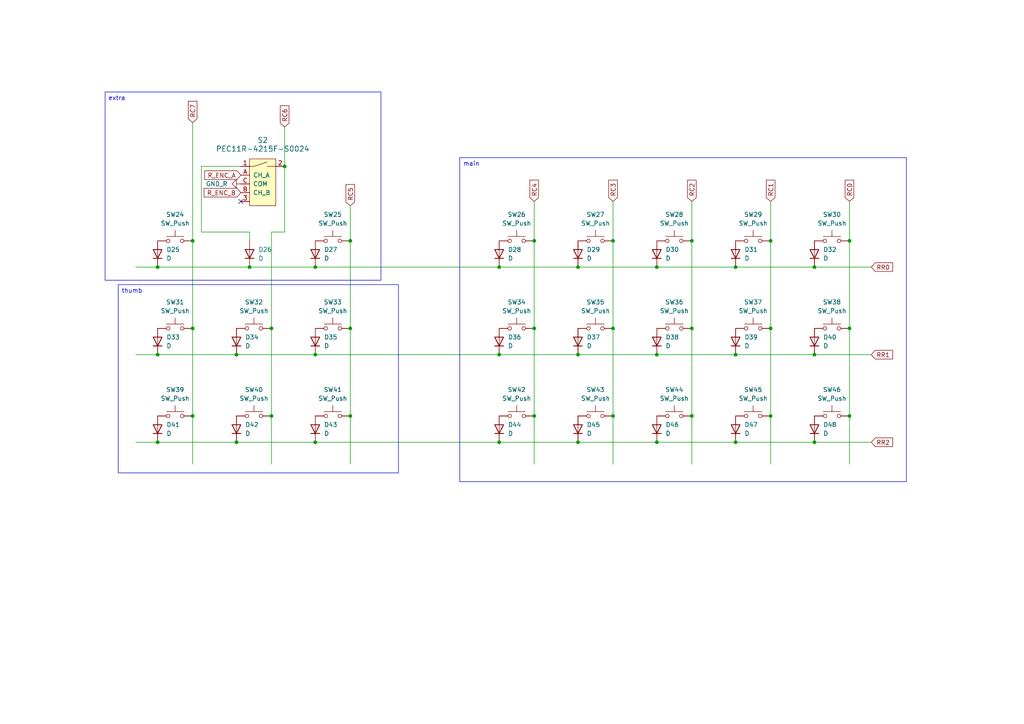
<source format=kicad_sch>
(kicad_sch (version 20231120) (generator "eeschema") (generator_version "8.0")
  (paper "A4")
  (lib_symbols
    (symbol "Device:D" (pin_numbers hide) (pin_names (offset 1.016) hide)
      (property "Reference" "D" (at 0 2.54 0))
      (property "Value" "D" (at 0 -2.54 0))
      (symbol "D_0_1"
        (polyline (pts (xy -1.27 1.27) (xy -1.27 -1.27)) (stroke (width 0.254)))
        (polyline (pts (xy 1.27 0) (xy -1.27 0)))
        (polyline (pts (xy 1.27 1.27) (xy 1.27 -1.27) (xy -1.27 0) (xy 1.27 1.27)) (stroke (width 0.254)))
      )
      (symbol "D_1_1"
        (pin passive line (at -3.81 0 0) (length 2.54) (name "K") (number "1"))
        (pin passive line (at 3.81 0 180) (length 2.54) (name "A") (number "2"))
      )
    )
    (symbol "Switch:SW_Push" (pin_numbers hide) (pin_names (offset 1.016) hide)
      (property "Reference" "SW" (at 1.27 2.54 0))
      (property "Value" "SW_Push" (at 0 -1.524 0))
      (symbol "SW_Push_0_1"
        (circle (center -2.032 0) (radius 0.508))
        (polyline (pts (xy 0 1.27) (xy 0 3.048)))
        (polyline (pts (xy 2.54 1.27) (xy -2.54 1.27)))
        (circle (center 2.032 0) (radius 0.508))
        (pin passive line (at -5.08 0 0) (length 2.54) (name "1") (number "1"))
        (pin passive line (at 5.08 0 180) (length 2.54) (name "2") (number "2"))
      )
    )
    (symbol "dk_Encoders:PEC11R-4215F-S0024" (pin_names (offset 1.016))
      (property "Reference" "S" (at -1.27 5.715 0))
      (property "Value" "PEC11R-4215F-S0024" (at -1.27 -9.906 0))
      (symbol "PEC11R-4215F-S0024_0_1"
        (rectangle (start -5.08 4.699) (end 2.54 -8.89) (fill (type background)))
        (polyline (pts (xy 0 2.54) (xy 2.54 2.54)))
        (polyline (pts (xy -5.08 2.54) (xy -3.81 2.54) (xy 0 3.81)))
      )
      (symbol "PEC11R-4215F-S0024_1_1"
        (pin bidirectional line (at -7.62 2.54 0) (length 2.54) (name "~") (number "1"))
        (pin bidirectional line (at 5.08 2.54 180) (length 2.54) (name "~") (number "2"))
        (pin unspecified line (at -7.62 -7.62 0) (length 2.54) (name "~") (number "3"))
        (pin bidirectional line (at -7.62 0 0) (length 2.54) (name "CH_A") (number "A"))
        (pin bidirectional line (at -7.62 -5.08 0) (length 2.54) (name "CH_B") (number "B"))
        (pin input line (at -7.62 -2.54 0) (length 2.54) (name "COM") (number "C"))
      )
    )
    (symbol "power:GND" (power) (pin_numbers hide) (pin_names (offset 0) hide)
      (property "Value" "GND" (at 0 -3.81 0))
      (symbol "GND_0_1"
        (polyline (pts (xy 0 0) (xy 0 -1.27) (xy 1.27 -1.27) (xy 0 -2.54) (xy -1.27 -1.27) (xy 0 -1.27)))
      )
      (symbol "GND_1_1"
        (pin power_in line (at 0 0 270) (length 0) (name "~") (number "1"))
      )
    )
  )
  (junction (at 177.8 69.85))
  (junction (at 154.94 69.85))
  (junction (at 144.78 128.27))
  (junction (at 167.64 128.27))
  (junction (at 200.66 95.25))
  (junction (at 200.66 69.85))
  (junction (at 246.38 95.25))
  (junction (at 223.52 120.65))
  (junction (at 91.44 102.87))
  (junction (at 78.74 120.65))
  (junction (at 68.58 128.27))
  (junction (at 154.94 95.25))
  (junction (at 213.36 102.87))
  (junction (at 78.74 95.25))
  (junction (at 213.36 128.27))
  (junction (at 55.88 120.65))
  (junction (at 101.6 95.25))
  (junction (at 45.72 102.87))
  (junction (at 177.8 120.65))
  (junction (at 68.58 102.87))
  (junction (at 144.78 102.87))
  (junction (at 177.8 95.25))
  (junction (at 213.36 77.47))
  (junction (at 190.5 102.87))
  (junction (at 200.66 120.65))
  (junction (at 55.88 95.25))
  (junction (at 101.6 120.65))
  (junction (at 223.52 95.25))
  (junction (at 101.6 69.85))
  (junction (at 190.5 77.47))
  (junction (at 246.38 69.85))
  (junction (at 236.22 128.27))
  (junction (at 154.94 120.65))
  (junction (at 45.72 128.27))
  (junction (at 246.38 120.65))
  (junction (at 167.64 102.87))
  (junction (at 82.55 48.26))
  (junction (at 236.22 77.47))
  (junction (at 236.22 102.87))
  (junction (at 72.39 77.47))
  (junction (at 91.44 128.27))
  (junction (at 45.72 77.47))
  (junction (at 167.64 77.47))
  (junction (at 55.88 69.85))
  (junction (at 91.44 77.47))
  (junction (at 190.5 128.27))
  (junction (at 144.78 77.47))
  (junction (at 223.52 69.85))
  (no_connect (at 69.85 58.42))
  (wire (pts (xy 72.39 67.31) (xy 72.39 69.85)))
  (wire (pts (xy 213.36 128.27) (xy 236.22 128.27)))
  (wire (pts (xy 39.37 128.27) (xy 45.72 128.27)))
  (wire (pts (xy 58.42 67.31) (xy 72.39 67.31)))
  (wire (pts (xy 154.94 120.65) (xy 154.94 134.62)))
  (wire (pts (xy 45.72 77.47) (xy 72.39 77.47)))
  (wire (pts (xy 144.78 102.87) (xy 167.64 102.87)))
  (wire (pts (xy 101.6 95.25) (xy 101.6 120.65)))
  (wire (pts (xy 213.36 102.87) (xy 236.22 102.87)))
  (wire (pts (xy 246.38 69.85) (xy 246.38 95.25)))
  (wire (pts (xy 190.5 102.87) (xy 213.36 102.87)))
  (wire (pts (xy 200.66 95.25) (xy 200.66 120.65)))
  (wire (pts (xy 72.39 77.47) (xy 91.44 77.47)))
  (wire (pts (xy 200.66 69.85) (xy 200.66 95.25)))
  (wire (pts (xy 154.94 95.25) (xy 154.94 120.65)))
  (wire (pts (xy 167.64 77.47) (xy 190.5 77.47)))
  (wire (pts (xy 68.58 102.87) (xy 91.44 102.87)))
  (wire (pts (xy 177.8 95.25) (xy 177.8 120.65)))
  (wire (pts (xy 144.78 128.27) (xy 167.64 128.27)))
  (wire (pts (xy 45.72 102.87) (xy 68.58 102.87)))
  (wire (pts (xy 69.85 48.26) (xy 58.42 48.26)))
  (wire (pts (xy 101.6 59.69) (xy 101.6 69.85)))
  (wire (pts (xy 236.22 128.27) (xy 252.73 128.27)))
  (wire (pts (xy 223.52 58.42) (xy 223.52 69.85)))
  (wire (pts (xy 236.22 102.87) (xy 252.73 102.87)))
  (wire (pts (xy 45.72 128.27) (xy 68.58 128.27)))
  (wire (pts (xy 200.66 58.42) (xy 200.66 69.85)))
  (wire (pts (xy 55.88 120.65) (xy 55.88 134.62)))
  (wire (pts (xy 144.78 77.47) (xy 167.64 77.47)))
  (wire (pts (xy 58.42 48.26) (xy 58.42 67.31)))
  (wire (pts (xy 101.6 69.85) (xy 101.6 95.25)))
  (wire (pts (xy 223.52 69.85) (xy 223.52 95.25)))
  (wire (pts (xy 55.88 69.85) (xy 55.88 95.25)))
  (wire (pts (xy 223.52 95.25) (xy 223.52 120.65)))
  (wire (pts (xy 91.44 102.87) (xy 144.78 102.87)))
  (wire (pts (xy 177.8 58.42) (xy 177.8 69.85)))
  (wire (pts (xy 223.52 120.65) (xy 223.52 134.62)))
  (wire (pts (xy 236.22 77.47) (xy 252.73 77.47)))
  (wire (pts (xy 78.74 95.25) (xy 78.74 120.65)))
  (wire (pts (xy 68.58 128.27) (xy 91.44 128.27)))
  (wire (pts (xy 55.88 95.25) (xy 55.88 120.65)))
  (wire (pts (xy 213.36 77.47) (xy 236.22 77.47)))
  (wire (pts (xy 190.5 128.27) (xy 213.36 128.27)))
  (wire (pts (xy 78.74 120.65) (xy 78.74 134.62)))
  (wire (pts (xy 82.55 67.31) (xy 78.74 67.31)))
  (wire (pts (xy 39.37 77.47) (xy 45.72 77.47)))
  (wire (pts (xy 101.6 120.65) (xy 101.6 134.62)))
  (wire (pts (xy 246.38 120.65) (xy 246.38 134.62)))
  (wire (pts (xy 91.44 77.47) (xy 144.78 77.47)))
  (wire (pts (xy 177.8 69.85) (xy 177.8 95.25)))
  (wire (pts (xy 154.94 58.42) (xy 154.94 69.85)))
  (wire (pts (xy 55.88 35.56) (xy 55.88 69.85)))
  (wire (pts (xy 91.44 128.27) (xy 144.78 128.27)))
  (wire (pts (xy 177.8 120.65) (xy 177.8 134.62)))
  (wire (pts (xy 246.38 95.25) (xy 246.38 120.65)))
  (wire (pts (xy 167.64 102.87) (xy 190.5 102.87)))
  (wire (pts (xy 78.74 67.31) (xy 78.74 95.25)))
  (wire (pts (xy 190.5 77.47) (xy 213.36 77.47)))
  (wire (pts (xy 82.55 36.83) (xy 82.55 48.26)))
  (wire (pts (xy 246.38 58.42) (xy 246.38 69.85)))
  (wire (pts (xy 167.64 128.27) (xy 190.5 128.27)))
  (wire (pts (xy 154.94 69.85) (xy 154.94 95.25)))
  (wire (pts (xy 39.37 102.87) (xy 45.72 102.87)))
  (wire (pts (xy 200.66 120.65) (xy 200.66 134.62)))
  (wire (pts (xy 82.55 48.26) (xy 82.55 67.31)))
  (text_box "extra" (at 30.48 26.67 0) (size 80.01 54.61) (effects (font (size 1.27 1.27)) (justify left top)))
  (text_box "main" (at 133.35 45.72 0) (size 129.54 93.98) (effects (font (size 1.27 1.27)) (justify left top)))
  (text_box "thumb\n" (at 34.29 82.55 0) (size 81.28 54.61) (effects (font (size 1.27 1.27)) (justify left top)))
  (global_label "R_ENC_B" (shape input) (at 69.85 55.88 180) (property "Intersheetrefs" "${INTERSHEET_REFS}" (effects (hide yes))))
  (global_label "RC7" (shape input) (at 55.88 35.56 90) (property "Intersheetrefs" "${INTERSHEET_REFS}" (effects (hide yes))))
  (global_label "RR1" (shape input) (at 252.73 102.87 0) (property "Intersheetrefs" "${INTERSHEET_REFS}" (effects (hide yes))))
  (global_label "RR2" (shape input) (at 252.73 128.27 0) (property "Intersheetrefs" "${INTERSHEET_REFS}" (effects (hide yes))))
  (global_label "RC6" (shape input) (at 82.55 36.83 90) (property "Intersheetrefs" "${INTERSHEET_REFS}" (effects (hide yes))))
  (global_label "RR0" (shape input) (at 252.73 77.47 0) (property "Intersheetrefs" "${INTERSHEET_REFS}" (effects (hide yes))))
  (global_label "RC3" (shape input) (at 177.8 58.42 90) (property "Intersheetrefs" "${INTERSHEET_REFS}" (effects (hide yes))))
  (global_label "RC5" (shape input) (at 101.6 59.69 90) (property "Intersheetrefs" "${INTERSHEET_REFS}" (effects (hide yes))))
  (global_label "RC0" (shape input) (at 246.38 58.42 90) (property "Intersheetrefs" "${INTERSHEET_REFS}" (effects (hide yes))))
  (global_label "RC4" (shape input) (at 154.94 58.42 90) (property "Intersheetrefs" "${INTERSHEET_REFS}" (effects (hide yes))))
  (global_label "RC2" (shape input) (at 200.66 58.42 90) (property "Intersheetrefs" "${INTERSHEET_REFS}" (effects (hide yes))))
  (global_label "R_ENC_A" (shape input) (at 69.85 50.8 180) (property "Intersheetrefs" "${INTERSHEET_REFS}" (effects (hide yes))))
  (global_label "RC1" (shape input) (at 223.52 58.42 90) (property "Intersheetrefs" "${INTERSHEET_REFS}" (effects (hide yes))))
  (symbol (lib_id "Switch:SW_Push") (at 50.8 69.85 0) (unit 1)
    (property "Reference" "SW24" (at 50.8 62.23 0))
    (property "Value" "SW_Push" (at 50.8 64.77 0))
    (property "Footprint" "Button_Switch_THT:SW_SPST_Omron_B3F-40xx" (effects (hide yes)))
    (property "Description" "Push button switch, generic, two pins" (effects (hide yes)))
  )
  (symbol (lib_id "Device:D") (at 236.22 99.06 90) (unit 1)
    (property "Reference" "D40" (at 238.76 97.7899 90) (effects (justify right)))
    (property "Value" "D" (at 238.76 100.3299 90) (effects (justify right)))
    (property "Footprint" "Diode_SMD:D_SOD-123" (effects (hide yes)))
    (property "Description" "Diode" (effects (hide yes)))
    (property "Sim.Device" "D" (effects (hide yes)))
    (property "Sim.Pins" "1=K 2=A" (effects (hide yes)))
  )
  (symbol (lib_id "Device:D") (at 167.64 124.46 90) (unit 1)
    (property "Reference" "D45" (at 170.18 123.1899 90) (effects (justify right)))
    (property "Value" "D" (at 170.18 125.7299 90) (effects (justify right)))
    (property "Footprint" "Diode_SMD:D_SOD-123" (effects (hide yes)))
    (property "Description" "Diode" (effects (hide yes)))
    (property "Sim.Device" "D" (effects (hide yes)))
    (property "Sim.Pins" "1=K 2=A" (effects (hide yes)))
  )
  (symbol (lib_id "Switch:SW_Push") (at 241.3 69.85 0) (unit 1)
    (property "Reference" "SW30" (at 241.3 62.23 0))
    (property "Value" "SW_Push" (at 241.3 64.77 0))
    (property "Footprint" "PCM_Switch_Keyboard_Hotswap_Kailh:SW_Hotswap_Kailh_Choc_V1V2_1.00u" (effects (hide yes)))
    (property "Description" "Push button switch, generic, two pins" (effects (hide yes)))
  )
  (symbol (lib_id "Switch:SW_Push") (at 218.44 120.65 0) (unit 1)
    (property "Reference" "SW45" (at 218.44 113.03 0))
    (property "Value" "SW_Push" (at 218.44 115.57 0))
    (property "Footprint" "PCM_Switch_Keyboard_Hotswap_Kailh:SW_Hotswap_Kailh_Choc_V1V2_1.00u" (effects (hide yes)))
    (property "Description" "Push button switch, generic, two pins" (effects (hide yes)))
  )
  (symbol (lib_id "Device:D") (at 236.22 73.66 90) (unit 1)
    (property "Reference" "D32" (at 238.76 72.3899 90) (effects (justify right)))
    (property "Value" "D" (at 238.76 74.9299 90) (effects (justify right)))
    (property "Footprint" "Diode_SMD:D_SOD-123" (effects (hide yes)))
    (property "Description" "Diode" (effects (hide yes)))
    (property "Sim.Device" "D" (effects (hide yes)))
    (property "Sim.Pins" "1=K 2=A" (effects (hide yes)))
  )
  (symbol (lib_id "Switch:SW_Push") (at 96.52 95.25 0) (unit 1)
    (property "Reference" "SW33" (at 96.52 87.63 0))
    (property "Value" "SW_Push" (at 96.52 90.17 0))
    (property "Footprint" "PCM_Switch_Keyboard_Hotswap_Kailh:SW_Hotswap_Kailh_Choc_V1V2_1.00u" (effects (hide yes)))
    (property "Description" "Push button switch, generic, two pins" (effects (hide yes)))
  )
  (symbol (lib_id "Switch:SW_Push") (at 50.8 95.25 0) (unit 1)
    (property "Reference" "SW31" (at 50.8 87.63 0))
    (property "Value" "SW_Push" (at 50.8 90.17 0))
    (property "Footprint" "PCM_Switch_Keyboard_Hotswap_Kailh:SW_Hotswap_Kailh_Choc_V1V2_1.00u" (effects (hide yes)))
    (property "Description" "Push button switch, generic, two pins" (effects (hide yes)))
  )
  (symbol (lib_id "dk_Encoders:PEC11R-4215F-S0024") (at 77.47 50.8 0) (unit 1)
    (property "Reference" "S2" (at 76.2 40.64 0) (effects (font (size 1.524 1.524))))
    (property "Value" "PEC11R-4215F-S0024" (at 76.2 43.18 0) (effects (font (size 1.524 1.524))))
    (property "Footprint" "digikey-footprints:Rotary_Encoder_Switched_PEC11R" (effects (hide yes)))
    (property "Datasheet" "https://www.bourns.com/docs/Product-Datasheets/PEC11R.pdf" (effects (hide yes)))
    (property "Description" "ROTARY ENCODER MECHANICAL 24PPR" (effects (hide yes)))
    (property "Digi-Key_PN" "PEC11R-4215F-S0024-ND" (effects (hide yes)))
    (property "MPN" "PEC11R-4215F-S0024" (effects (hide yes)))
    (property "Category" "Sensors, Transducers" (effects (hide yes)))
    (property "Family" "Encoders" (effects (hide yes)))
    (property "DK_Datasheet_Link" "https://www.bourns.com/docs/Product-Datasheets/PEC11R.pdf" (effects (hide yes)))
    (property "DK_Detail_Page" "/product-detail/en/bourns-inc/PEC11R-4215F-S0024/PEC11R-4215F-S0024-ND/4499665" (effects (hide yes)))
    (property "Description_1" "ROTARY ENCODER MECHANICAL 24PPR" (effects (hide yes)))
    (property "Manufacturer" "Bourns Inc." (effects (hide yes)))
    (property "Status" "Active" (effects (hide yes)))
  )
  (symbol (lib_id "Switch:SW_Push") (at 241.3 95.25 0) (unit 1)
    (property "Reference" "SW38" (at 241.3 87.63 0))
    (property "Value" "SW_Push" (at 241.3 90.17 0))
    (property "Footprint" "PCM_Switch_Keyboard_Hotswap_Kailh:SW_Hotswap_Kailh_Choc_V1V2_1.00u" (effects (hide yes)))
    (property "Description" "Push button switch, generic, two pins" (effects (hide yes)))
  )
  (symbol (lib_id "Device:D") (at 213.36 73.66 90) (unit 1)
    (property "Reference" "D31" (at 215.9 72.3899 90) (effects (justify right)))
    (property "Value" "D" (at 215.9 74.9299 90) (effects (justify right)))
    (property "Footprint" "Diode_SMD:D_SOD-123" (effects (hide yes)))
    (property "Description" "Diode" (effects (hide yes)))
    (property "Sim.Device" "D" (effects (hide yes)))
    (property "Sim.Pins" "1=K 2=A" (effects (hide yes)))
  )
  (symbol (lib_id "Device:D") (at 91.44 99.06 90) (unit 1)
    (property "Reference" "D35" (at 93.98 97.7899 90) (effects (justify right)))
    (property "Value" "D" (at 93.98 100.3299 90) (effects (justify right)))
    (property "Footprint" "Diode_SMD:D_SOD-123" (effects (hide yes)))
    (property "Description" "Diode" (effects (hide yes)))
    (property "Sim.Device" "D" (effects (hide yes)))
    (property "Sim.Pins" "1=K 2=A" (effects (hide yes)))
  )
  (symbol (lib_id "Switch:SW_Push") (at 195.58 69.85 0) (unit 1)
    (property "Reference" "SW28" (at 195.58 62.23 0))
    (property "Value" "SW_Push" (at 195.58 64.77 0))
    (property "Footprint" "PCM_Switch_Keyboard_Hotswap_Kailh:SW_Hotswap_Kailh_Choc_V1V2_1.00u" (effects (hide yes)))
    (property "Description" "Push button switch, generic, two pins" (effects (hide yes)))
  )
  (symbol (lib_id "Device:D") (at 167.64 99.06 90) (unit 1)
    (property "Reference" "D37" (at 170.18 97.7899 90) (effects (justify right)))
    (property "Value" "D" (at 170.18 100.3299 90) (effects (justify right)))
    (property "Footprint" "Diode_SMD:D_SOD-123" (effects (hide yes)))
    (property "Description" "Diode" (effects (hide yes)))
    (property "Sim.Device" "D" (effects (hide yes)))
    (property "Sim.Pins" "1=K 2=A" (effects (hide yes)))
  )
  (symbol (lib_id "Device:D") (at 213.36 124.46 90) (unit 1)
    (property "Reference" "D47" (at 215.9 123.1899 90) (effects (justify right)))
    (property "Value" "D" (at 215.9 125.7299 90) (effects (justify right)))
    (property "Footprint" "Diode_SMD:D_SOD-123" (effects (hide yes)))
    (property "Description" "Diode" (effects (hide yes)))
    (property "Sim.Device" "D" (effects (hide yes)))
    (property "Sim.Pins" "1=K 2=A" (effects (hide yes)))
  )
  (symbol (lib_id "Device:D") (at 68.58 99.06 90) (unit 1)
    (property "Reference" "D34" (at 71.12 97.7899 90) (effects (justify right)))
    (property "Value" "D" (at 71.12 100.3299 90) (effects (justify right)))
    (property "Footprint" "Diode_SMD:D_SOD-123" (effects (hide yes)))
    (property "Description" "Diode" (effects (hide yes)))
    (property "Sim.Device" "D" (effects (hide yes)))
    (property "Sim.Pins" "1=K 2=A" (effects (hide yes)))
  )
  (symbol (lib_id "power:GND") (at 69.85 53.34 270) (unit 1)
    (property "Reference" "#PWR012" (effects (hide yes)))
    (property "Value" "GND_R" (at 66.04 53.3399 90) (effects (justify right)))
    (property "Description" "Power symbol creates a global label with name \"GND\" , ground" (effects (hide yes)))
  )
  (symbol (lib_id "Device:D") (at 144.78 99.06 90) (unit 1)
    (property "Reference" "D36" (at 147.32 97.7899 90) (effects (justify right)))
    (property "Value" "D" (at 147.32 100.3299 90) (effects (justify right)))
    (property "Footprint" "Diode_SMD:D_SOD-123" (effects (hide yes)))
    (property "Description" "Diode" (effects (hide yes)))
    (property "Sim.Device" "D" (effects (hide yes)))
    (property "Sim.Pins" "1=K 2=A" (effects (hide yes)))
  )
  (symbol (lib_id "Switch:SW_Push") (at 149.86 69.85 0) (unit 1)
    (property "Reference" "SW26" (at 149.86 62.23 0))
    (property "Value" "SW_Push" (at 149.86 64.77 0))
    (property "Footprint" "PCM_Switch_Keyboard_Hotswap_Kailh:SW_Hotswap_Kailh_Choc_V1V2_1.00u" (effects (hide yes)))
    (property "Description" "Push button switch, generic, two pins" (effects (hide yes)))
  )
  (symbol (lib_id "Device:D") (at 91.44 124.46 90) (unit 1)
    (property "Reference" "D43" (at 93.98 123.1899 90) (effects (justify right)))
    (property "Value" "D" (at 93.98 125.7299 90) (effects (justify right)))
    (property "Footprint" "Diode_SMD:D_SOD-123" (effects (hide yes)))
    (property "Description" "Diode" (effects (hide yes)))
    (property "Sim.Device" "D" (effects (hide yes)))
    (property "Sim.Pins" "1=K 2=A" (effects (hide yes)))
  )
  (symbol (lib_id "Switch:SW_Push") (at 73.66 120.65 0) (unit 1)
    (property "Reference" "SW40" (at 73.66 113.03 0))
    (property "Value" "SW_Push" (at 73.66 115.57 0))
    (property "Footprint" "PCM_Switch_Keyboard_Hotswap_Kailh:SW_Hotswap_Kailh_Choc_V1V2_1.00u" (effects (hide yes)))
    (property "Description" "Push button switch, generic, two pins" (effects (hide yes)))
  )
  (symbol (lib_id "Device:D") (at 68.58 124.46 90) (unit 1)
    (property "Reference" "D42" (at 71.12 123.1899 90) (effects (justify right)))
    (property "Value" "D" (at 71.12 125.7299 90) (effects (justify right)))
    (property "Footprint" "Diode_SMD:D_SOD-123" (effects (hide yes)))
    (property "Description" "Diode" (effects (hide yes)))
    (property "Sim.Device" "D" (effects (hide yes)))
    (property "Sim.Pins" "1=K 2=A" (effects (hide yes)))
  )
  (symbol (lib_id "Device:D") (at 190.5 99.06 90) (unit 1)
    (property "Reference" "D38" (at 193.04 97.7899 90) (effects (justify right)))
    (property "Value" "D" (at 193.04 100.3299 90) (effects (justify right)))
    (property "Footprint" "Diode_SMD:D_SOD-123" (effects (hide yes)))
    (property "Description" "Diode" (effects (hide yes)))
    (property "Sim.Device" "D" (effects (hide yes)))
    (property "Sim.Pins" "1=K 2=A" (effects (hide yes)))
  )
  (symbol (lib_id "Switch:SW_Push") (at 241.3 120.65 0) (unit 1)
    (property "Reference" "SW46" (at 241.3 113.03 0))
    (property "Value" "SW_Push" (at 241.3 115.57 0))
    (property "Footprint" "PCM_Switch_Keyboard_Hotswap_Kailh:SW_Hotswap_Kailh_Choc_V1V2_1.00u" (effects (hide yes)))
    (property "Description" "Push button switch, generic, two pins" (effects (hide yes)))
  )
  (symbol (lib_id "Device:D") (at 72.39 73.66 90) (unit 1)
    (property "Reference" "D26" (at 74.93 72.3899 90) (effects (justify right)))
    (property "Value" "D" (at 74.93 74.9299 90) (effects (justify right)))
    (property "Footprint" "Diode_SMD:D_SOD-123" (effects (hide yes)))
    (property "Description" "Diode" (effects (hide yes)))
    (property "Sim.Device" "D" (effects (hide yes)))
    (property "Sim.Pins" "1=K 2=A" (effects (hide yes)))
  )
  (symbol (lib_id "Switch:SW_Push") (at 149.86 120.65 0) (unit 1)
    (property "Reference" "SW42" (at 149.86 113.03 0))
    (property "Value" "SW_Push" (at 149.86 115.57 0))
    (property "Footprint" "PCM_Switch_Keyboard_Hotswap_Kailh:SW_Hotswap_Kailh_Choc_V1V2_1.00u" (effects (hide yes)))
    (property "Description" "Push button switch, generic, two pins" (effects (hide yes)))
  )
  (symbol (lib_id "Device:D") (at 45.72 73.66 90) (unit 1)
    (property "Reference" "D25" (at 48.26 72.3899 90) (effects (justify right)))
    (property "Value" "D" (at 48.26 74.9299 90) (effects (justify right)))
    (property "Footprint" "Diode_SMD:D_SOD-123" (effects (hide yes)))
    (property "Description" "Diode" (effects (hide yes)))
    (property "Sim.Device" "D" (effects (hide yes)))
    (property "Sim.Pins" "1=K 2=A" (effects (hide yes)))
  )
  (symbol (lib_id "Switch:SW_Push") (at 73.66 95.25 0) (unit 1)
    (property "Reference" "SW32" (at 73.66 87.63 0))
    (property "Value" "SW_Push" (at 73.66 90.17 0))
    (property "Footprint" "PCM_Switch_Keyboard_Hotswap_Kailh:SW_Hotswap_Kailh_Choc_V1V2_1.00u" (effects (hide yes)))
    (property "Description" "Push button switch, generic, two pins" (effects (hide yes)))
  )
  (symbol (lib_id "Switch:SW_Push") (at 218.44 69.85 0) (unit 1)
    (property "Reference" "SW29" (at 218.44 62.23 0))
    (property "Value" "SW_Push" (at 218.44 64.77 0))
    (property "Footprint" "PCM_Switch_Keyboard_Hotswap_Kailh:SW_Hotswap_Kailh_Choc_V1V2_1.00u" (effects (hide yes)))
    (property "Description" "Push button switch, generic, two pins" (effects (hide yes)))
  )
  (symbol (lib_id "Device:D") (at 91.44 73.66 90) (unit 1)
    (property "Reference" "D27" (at 93.98 72.3899 90) (effects (justify right)))
    (property "Value" "D" (at 93.98 74.9299 90) (effects (justify right)))
    (property "Footprint" "Diode_SMD:D_SOD-123" (effects (hide yes)))
    (property "Description" "Diode" (effects (hide yes)))
    (property "Sim.Device" "D" (effects (hide yes)))
    (property "Sim.Pins" "1=K 2=A" (effects (hide yes)))
  )
  (symbol (lib_id "Switch:SW_Push") (at 172.72 120.65 0) (unit 1)
    (property "Reference" "SW43" (at 172.72 113.03 0))
    (property "Value" "SW_Push" (at 172.72 115.57 0))
    (property "Footprint" "PCM_Switch_Keyboard_Hotswap_Kailh:SW_Hotswap_Kailh_Choc_V1V2_1.00u" (effects (hide yes)))
    (property "Description" "Push button switch, generic, two pins" (effects (hide yes)))
  )
  (symbol (lib_id "Device:D") (at 213.36 99.06 90) (unit 1)
    (property "Reference" "D39" (at 215.9 97.7899 90) (effects (justify right)))
    (property "Value" "D" (at 215.9 100.3299 90) (effects (justify right)))
    (property "Footprint" "Diode_SMD:D_SOD-123" (effects (hide yes)))
    (property "Description" "Diode" (effects (hide yes)))
    (property "Sim.Device" "D" (effects (hide yes)))
    (property "Sim.Pins" "1=K 2=A" (effects (hide yes)))
  )
  (symbol (lib_id "Switch:SW_Push") (at 149.86 95.25 0) (unit 1)
    (property "Reference" "SW34" (at 149.86 87.63 0))
    (property "Value" "SW_Push" (at 149.86 90.17 0))
    (property "Footprint" "PCM_Switch_Keyboard_Hotswap_Kailh:SW_Hotswap_Kailh_Choc_V1V2_1.00u" (effects (hide yes)))
    (property "Description" "Push button switch, generic, two pins" (effects (hide yes)))
  )
  (symbol (lib_id "Switch:SW_Push") (at 195.58 120.65 0) (unit 1)
    (property "Reference" "SW44" (at 195.58 113.03 0))
    (property "Value" "SW_Push" (at 195.58 115.57 0))
    (property "Footprint" "PCM_Switch_Keyboard_Hotswap_Kailh:SW_Hotswap_Kailh_Choc_V1V2_1.00u" (effects (hide yes)))
    (property "Description" "Push button switch, generic, two pins" (effects (hide yes)))
  )
  (symbol (lib_id "Device:D") (at 190.5 73.66 90) (unit 1)
    (property "Reference" "D30" (at 193.04 72.3899 90) (effects (justify right)))
    (property "Value" "D" (at 193.04 74.9299 90) (effects (justify right)))
    (property "Footprint" "Diode_SMD:D_SOD-123" (effects (hide yes)))
    (property "Description" "Diode" (effects (hide yes)))
    (property "Sim.Device" "D" (effects (hide yes)))
    (property "Sim.Pins" "1=K 2=A" (effects (hide yes)))
  )
  (symbol (lib_id "Device:D") (at 144.78 73.66 90) (unit 1)
    (property "Reference" "D28" (at 147.32 72.3899 90) (effects (justify right)))
    (property "Value" "D" (at 147.32 74.9299 90) (effects (justify right)))
    (property "Footprint" "Diode_SMD:D_SOD-123" (effects (hide yes)))
    (property "Description" "Diode" (effects (hide yes)))
    (property "Sim.Device" "D" (effects (hide yes)))
    (property "Sim.Pins" "1=K 2=A" (effects (hide yes)))
  )
  (symbol (lib_id "Device:D") (at 144.78 124.46 90) (unit 1)
    (property "Reference" "D44" (at 147.32 123.1899 90) (effects (justify right)))
    (property "Value" "D" (at 147.32 125.7299 90) (effects (justify right)))
    (property "Footprint" "Diode_SMD:D_SOD-123" (effects (hide yes)))
    (property "Description" "Diode" (effects (hide yes)))
    (property "Sim.Device" "D" (effects (hide yes)))
    (property "Sim.Pins" "1=K 2=A" (effects (hide yes)))
  )
  (symbol (lib_id "Switch:SW_Push") (at 96.52 120.65 0) (unit 1)
    (property "Reference" "SW41" (at 96.52 113.03 0))
    (property "Value" "SW_Push" (at 96.52 115.57 0))
    (property "Footprint" "PCM_Switch_Keyboard_Hotswap_Kailh:SW_Hotswap_Kailh_Choc_V1V2_1.00u" (effects (hide yes)))
    (property "Description" "Push button switch, generic, two pins" (effects (hide yes)))
  )
  (symbol (lib_id "Device:D") (at 45.72 124.46 90) (unit 1)
    (property "Reference" "D41" (at 48.26 123.1899 90) (effects (justify right)))
    (property "Value" "D" (at 48.26 125.7299 90) (effects (justify right)))
    (property "Footprint" "Diode_SMD:D_SOD-123" (effects (hide yes)))
    (property "Description" "Diode" (effects (hide yes)))
    (property "Sim.Device" "D" (effects (hide yes)))
    (property "Sim.Pins" "1=K 2=A" (effects (hide yes)))
  )
  (symbol (lib_id "Device:D") (at 190.5 124.46 90) (unit 1)
    (property "Reference" "D46" (at 193.04 123.1899 90) (effects (justify right)))
    (property "Value" "D" (at 193.04 125.7299 90) (effects (justify right)))
    (property "Footprint" "Diode_SMD:D_SOD-123" (effects (hide yes)))
    (property "Description" "Diode" (effects (hide yes)))
    (property "Sim.Device" "D" (effects (hide yes)))
    (property "Sim.Pins" "1=K 2=A" (effects (hide yes)))
  )
  (symbol (lib_id "Switch:SW_Push") (at 218.44 95.25 0) (unit 1)
    (property "Reference" "SW37" (at 218.44 87.63 0))
    (property "Value" "SW_Push" (at 218.44 90.17 0))
    (property "Footprint" "PCM_Switch_Keyboard_Hotswap_Kailh:SW_Hotswap_Kailh_Choc_V1V2_1.00u" (effects (hide yes)))
    (property "Description" "Push button switch, generic, two pins" (effects (hide yes)))
  )
  (symbol (lib_id "Device:D") (at 45.72 99.06 90) (unit 1)
    (property "Reference" "D33" (at 48.26 97.7899 90) (effects (justify right)))
    (property "Value" "D" (at 48.26 100.3299 90) (effects (justify right)))
    (property "Footprint" "Diode_SMD:D_SOD-123" (effects (hide yes)))
    (property "Description" "Diode" (effects (hide yes)))
    (property "Sim.Device" "D" (effects (hide yes)))
    (property "Sim.Pins" "1=K 2=A" (effects (hide yes)))
  )
  (symbol (lib_id "Device:D") (at 167.64 73.66 90) (unit 1)
    (property "Reference" "D29" (at 170.18 72.3899 90) (effects (justify right)))
    (property "Value" "D" (at 170.18 74.9299 90) (effects (justify right)))
    (property "Footprint" "Diode_SMD:D_SOD-123" (effects (hide yes)))
    (property "Description" "Diode" (effects (hide yes)))
    (property "Sim.Device" "D" (effects (hide yes)))
    (property "Sim.Pins" "1=K 2=A" (effects (hide yes)))
  )
  (symbol (lib_id "Switch:SW_Push") (at 172.72 69.85 0) (unit 1)
    (property "Reference" "SW27" (at 172.72 62.23 0))
    (property "Value" "SW_Push" (at 172.72 64.77 0))
    (property "Footprint" "PCM_Switch_Keyboard_Hotswap_Kailh:SW_Hotswap_Kailh_Choc_V1V2_1.00u" (effects (hide yes)))
    (property "Description" "Push button switch, generic, two pins" (effects (hide yes)))
  )
  (symbol (lib_id "Switch:SW_Push") (at 50.8 120.65 0) (unit 1)
    (property "Reference" "SW39" (at 50.8 113.03 0))
    (property "Value" "SW_Push" (at 50.8 115.57 0))
    (property "Footprint" "PCM_Switch_Keyboard_Hotswap_Kailh:SW_Hotswap_Kailh_Choc_V1V2_1.00u" (effects (hide yes)))
    (property "Description" "Push button switch, generic, two pins" (effects (hide yes)))
  )
  (symbol (lib_id "Switch:SW_Push") (at 96.52 69.85 0) (unit 1)
    (property "Reference" "SW25" (at 96.52 62.23 0))
    (property "Value" "SW_Push" (at 96.52 64.77 0))
    (property "Footprint" "Button_Switch_THT:SW_SPST_Omron_B3F-40xx" (effects (hide yes)))
    (property "Description" "Push button switch, generic, two pins" (effects (hide yes)))
  )
  (symbol (lib_id "Switch:SW_Push") (at 172.72 95.25 0) (unit 1)
    (property "Reference" "SW35" (at 172.72 87.63 0))
    (property "Value" "SW_Push" (at 172.72 90.17 0))
    (property "Footprint" "PCM_Switch_Keyboard_Hotswap_Kailh:SW_Hotswap_Kailh_Choc_V1V2_1.00u" (effects (hide yes)))
    (property "Description" "Push button switch, generic, two pins" (effects (hide yes)))
  )
  (symbol (lib_id "Switch:SW_Push") (at 195.58 95.25 0) (unit 1)
    (property "Reference" "SW36" (at 195.58 87.63 0))
    (property "Value" "SW_Push" (at 195.58 90.17 0))
    (property "Footprint" "PCM_Switch_Keyboard_Hotswap_Kailh:SW_Hotswap_Kailh_Choc_V1V2_1.00u" (effects (hide yes)))
    (property "Description" "Push button switch, generic, two pins" (effects (hide yes)))
  )
  (symbol (lib_id "Device:D") (at 236.22 124.46 90) (unit 1)
    (property "Reference" "D48" (at 238.76 123.1899 90) (effects (justify right)))
    (property "Value" "D" (at 238.76 125.7299 90) (effects (justify right)))
    (property "Footprint" "Diode_SMD:D_SOD-123" (effects (hide yes)))
    (property "Description" "Diode" (effects (hide yes)))
    (property "Sim.Device" "D" (effects (hide yes)))
    (property "Sim.Pins" "1=K 2=A" (effects (hide yes)))
  )
)
</source>
